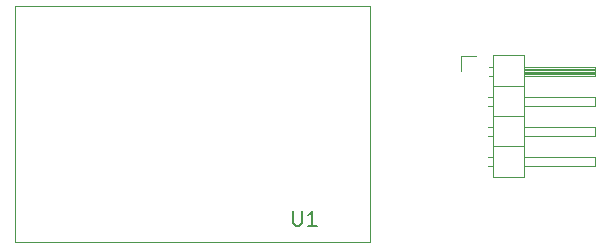
<source format=gto>
G04 #@! TF.GenerationSoftware,KiCad,Pcbnew,8.0.7*
G04 #@! TF.CreationDate,2025-07-02T22:13:24-04:00*
G04 #@! TF.ProjectId,ESP32_MIDI_Summer25_FRETS_v2_5.kicad_pcb,45535033-325f-44d4-9944-495f53756d6d,rev?*
G04 #@! TF.SameCoordinates,Original*
G04 #@! TF.FileFunction,Legend,Top*
G04 #@! TF.FilePolarity,Positive*
%FSLAX46Y46*%
G04 Gerber Fmt 4.6, Leading zero omitted, Abs format (unit mm)*
G04 Created by KiCad (PCBNEW 8.0.7) date 2025-07-02 22:13:24*
%MOMM*%
%LPD*%
G01*
G04 APERTURE LIST*
%ADD10C,0.150000*%
%ADD11C,0.120000*%
%ADD12C,6.800000*%
%ADD13C,11.000000*%
%ADD14C,3.200000*%
%ADD15R,1.700000X1.700000*%
%ADD16O,1.700000X1.700000*%
%ADD17C,1.700000*%
%ADD18C,4.300000*%
G04 APERTURE END LIST*
D10*
X265532380Y-57309726D02*
X265532380Y-58337821D01*
X265532380Y-58337821D02*
X265592857Y-58458773D01*
X265592857Y-58458773D02*
X265653333Y-58519250D01*
X265653333Y-58519250D02*
X265774285Y-58579726D01*
X265774285Y-58579726D02*
X266016190Y-58579726D01*
X266016190Y-58579726D02*
X266137142Y-58519250D01*
X266137142Y-58519250D02*
X266197619Y-58458773D01*
X266197619Y-58458773D02*
X266258095Y-58337821D01*
X266258095Y-58337821D02*
X266258095Y-57309726D01*
X267528095Y-58579726D02*
X266802380Y-58579726D01*
X267165237Y-58579726D02*
X267165237Y-57309726D01*
X267165237Y-57309726D02*
X267044285Y-57491154D01*
X267044285Y-57491154D02*
X266923333Y-57612107D01*
X266923333Y-57612107D02*
X266802380Y-57672583D01*
D11*
X279730000Y-44230000D02*
X281000000Y-44230000D01*
X279730000Y-45500000D02*
X279730000Y-44230000D01*
X282042929Y-47660000D02*
X282440000Y-47660000D01*
X282042929Y-48420000D02*
X282440000Y-48420000D01*
X282042929Y-50200000D02*
X282440000Y-50200000D01*
X282042929Y-50960000D02*
X282440000Y-50960000D01*
X282042929Y-52740000D02*
X282440000Y-52740000D01*
X282042929Y-53500000D02*
X282440000Y-53500000D01*
X282110000Y-45120000D02*
X282440000Y-45120000D01*
X282110000Y-45880000D02*
X282440000Y-45880000D01*
X282440000Y-44170000D02*
X282440000Y-54450000D01*
X282440000Y-46770000D02*
X285100000Y-46770000D01*
X282440000Y-49310000D02*
X285100000Y-49310000D01*
X282440000Y-51850000D02*
X285100000Y-51850000D01*
X282440000Y-54450000D02*
X285100000Y-54450000D01*
X285100000Y-44170000D02*
X282440000Y-44170000D01*
X285100000Y-45120000D02*
X291100000Y-45120000D01*
X285100000Y-45180000D02*
X291100000Y-45180000D01*
X285100000Y-45300000D02*
X291100000Y-45300000D01*
X285100000Y-45420000D02*
X291100000Y-45420000D01*
X285100000Y-45540000D02*
X291100000Y-45540000D01*
X285100000Y-45660000D02*
X291100000Y-45660000D01*
X285100000Y-45780000D02*
X291100000Y-45780000D01*
X285100000Y-47660000D02*
X291100000Y-47660000D01*
X285100000Y-50200000D02*
X291100000Y-50200000D01*
X285100000Y-52740000D02*
X291100000Y-52740000D01*
X285100000Y-54450000D02*
X285100000Y-44170000D01*
X291100000Y-45120000D02*
X291100000Y-45880000D01*
X291100000Y-45880000D02*
X285100000Y-45880000D01*
X291100000Y-47660000D02*
X291100000Y-48420000D01*
X291100000Y-48420000D02*
X285100000Y-48420000D01*
X291100000Y-50200000D02*
X291100000Y-50960000D01*
X291100000Y-50960000D02*
X285100000Y-50960000D01*
X291100000Y-52740000D02*
X291100000Y-53500000D01*
X291100000Y-53500000D02*
X285100000Y-53500000D01*
X272000000Y-60000000D02*
X272000000Y-40000000D01*
X272000000Y-60000000D02*
X242000000Y-60000000D01*
X272000000Y-40000000D02*
X242000000Y-40000000D01*
X242000000Y-60000000D02*
X242000000Y-40000000D01*
%LPC*%
D12*
X207500000Y-55000000D03*
D13*
X207500000Y-55000000D03*
D12*
X221500000Y-45000000D03*
D13*
X221500000Y-45000000D03*
D12*
X95500000Y-55000000D03*
D13*
X95500000Y-55000000D03*
D12*
X123500000Y-55000000D03*
D13*
X123500000Y-55000000D03*
D12*
X235500000Y-55500000D03*
D13*
X235500000Y-55500000D03*
D14*
X281000000Y-40000000D03*
D12*
X165500000Y-45000000D03*
D13*
X165500000Y-45000000D03*
D12*
X179500000Y-55000000D03*
D13*
X179500000Y-55000000D03*
D15*
X281000000Y-45500000D03*
D16*
X281000000Y-48040000D03*
X281000000Y-50580000D03*
X281000000Y-53120000D03*
D17*
X243030000Y-41110000D03*
X245570000Y-41110000D03*
X248110000Y-41110000D03*
X250650000Y-41110000D03*
X253190000Y-41110000D03*
X255730000Y-41110000D03*
X258270000Y-41110000D03*
X260810000Y-41110000D03*
X263350000Y-41110000D03*
X265890000Y-41110000D03*
X268430000Y-41110000D03*
X270970000Y-41110000D03*
X263350000Y-58890000D03*
X260810000Y-58890000D03*
X258270000Y-58890000D03*
X255730000Y-58890000D03*
X253190000Y-58890000D03*
X250650000Y-58890000D03*
D12*
X137500000Y-45000000D03*
D13*
X137500000Y-45000000D03*
D12*
X193500000Y-45000000D03*
D13*
X193500000Y-45000000D03*
D12*
X151500000Y-55000000D03*
D13*
X151500000Y-55000000D03*
D12*
X81500000Y-45000000D03*
D13*
X81500000Y-45000000D03*
D18*
X109000000Y-59000000D03*
D13*
X109500000Y-46000000D03*
D12*
X109500000Y-46000000D03*
D14*
X281000000Y-59000000D03*
D18*
X150500000Y-40000000D03*
%LPD*%
M02*

</source>
